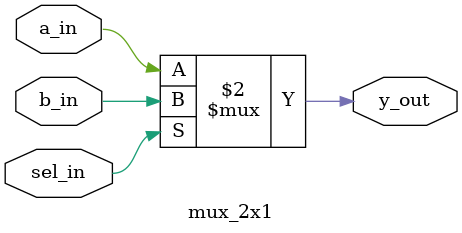
<source format=sv>
/*********************************************************/
// MODULE: 
//
// FILE NAME: mux_2x1.sv 
// VERSION: 0.1
// DATE: 2021-May-22 
// AUTHOR: KavinRaj D
//
// CODE TYPE: RTL or Behavioral Level
//
// DESCRIPTION:
//
/*********************************************************/

module mux_2x1
(
	input logic a_in,b_in,sel_in,
	output logic y_out
);

always_comb begin
	y_out = sel_in ? b_in : a_in;
end

endmodule : mux_2x1

</source>
